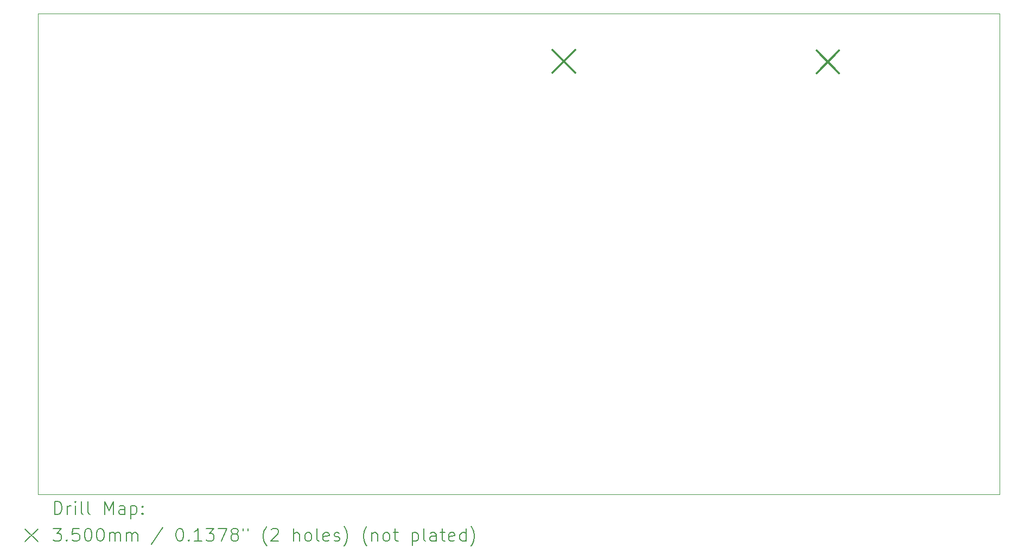
<source format=gbr>
%TF.GenerationSoftware,KiCad,Pcbnew,8.0.3*%
%TF.CreationDate,2024-07-01T22:09:37+02:00*%
%TF.ProjectId,VFO na esp32,56464f20-6e61-4206-9573-7033322e6b69,rev?*%
%TF.SameCoordinates,Original*%
%TF.FileFunction,Drillmap*%
%TF.FilePolarity,Positive*%
%FSLAX45Y45*%
G04 Gerber Fmt 4.5, Leading zero omitted, Abs format (unit mm)*
G04 Created by KiCad (PCBNEW 8.0.3) date 2024-07-01 22:09:37*
%MOMM*%
%LPD*%
G01*
G04 APERTURE LIST*
%ADD10C,0.050000*%
%ADD11C,0.200000*%
%ADD12C,0.350000*%
G04 APERTURE END LIST*
D10*
X9590000Y-6030000D02*
X24590000Y-6030000D01*
X24590000Y-13530000D01*
X9590000Y-13530000D01*
X9590000Y-6030000D01*
D11*
D12*
X17620000Y-6602000D02*
X17970000Y-6952000D01*
X17970000Y-6602000D02*
X17620000Y-6952000D01*
X21738000Y-6611000D02*
X22088000Y-6961000D01*
X22088000Y-6611000D02*
X21738000Y-6961000D01*
D11*
X9848277Y-13843984D02*
X9848277Y-13643984D01*
X9848277Y-13643984D02*
X9895896Y-13643984D01*
X9895896Y-13643984D02*
X9924467Y-13653508D01*
X9924467Y-13653508D02*
X9943515Y-13672555D01*
X9943515Y-13672555D02*
X9953039Y-13691603D01*
X9953039Y-13691603D02*
X9962563Y-13729698D01*
X9962563Y-13729698D02*
X9962563Y-13758269D01*
X9962563Y-13758269D02*
X9953039Y-13796365D01*
X9953039Y-13796365D02*
X9943515Y-13815412D01*
X9943515Y-13815412D02*
X9924467Y-13834460D01*
X9924467Y-13834460D02*
X9895896Y-13843984D01*
X9895896Y-13843984D02*
X9848277Y-13843984D01*
X10048277Y-13843984D02*
X10048277Y-13710650D01*
X10048277Y-13748746D02*
X10057801Y-13729698D01*
X10057801Y-13729698D02*
X10067324Y-13720174D01*
X10067324Y-13720174D02*
X10086372Y-13710650D01*
X10086372Y-13710650D02*
X10105420Y-13710650D01*
X10172086Y-13843984D02*
X10172086Y-13710650D01*
X10172086Y-13643984D02*
X10162563Y-13653508D01*
X10162563Y-13653508D02*
X10172086Y-13663031D01*
X10172086Y-13663031D02*
X10181610Y-13653508D01*
X10181610Y-13653508D02*
X10172086Y-13643984D01*
X10172086Y-13643984D02*
X10172086Y-13663031D01*
X10295896Y-13843984D02*
X10276848Y-13834460D01*
X10276848Y-13834460D02*
X10267324Y-13815412D01*
X10267324Y-13815412D02*
X10267324Y-13643984D01*
X10400658Y-13843984D02*
X10381610Y-13834460D01*
X10381610Y-13834460D02*
X10372086Y-13815412D01*
X10372086Y-13815412D02*
X10372086Y-13643984D01*
X10629229Y-13843984D02*
X10629229Y-13643984D01*
X10629229Y-13643984D02*
X10695896Y-13786841D01*
X10695896Y-13786841D02*
X10762563Y-13643984D01*
X10762563Y-13643984D02*
X10762563Y-13843984D01*
X10943515Y-13843984D02*
X10943515Y-13739222D01*
X10943515Y-13739222D02*
X10933991Y-13720174D01*
X10933991Y-13720174D02*
X10914944Y-13710650D01*
X10914944Y-13710650D02*
X10876848Y-13710650D01*
X10876848Y-13710650D02*
X10857801Y-13720174D01*
X10943515Y-13834460D02*
X10924467Y-13843984D01*
X10924467Y-13843984D02*
X10876848Y-13843984D01*
X10876848Y-13843984D02*
X10857801Y-13834460D01*
X10857801Y-13834460D02*
X10848277Y-13815412D01*
X10848277Y-13815412D02*
X10848277Y-13796365D01*
X10848277Y-13796365D02*
X10857801Y-13777317D01*
X10857801Y-13777317D02*
X10876848Y-13767793D01*
X10876848Y-13767793D02*
X10924467Y-13767793D01*
X10924467Y-13767793D02*
X10943515Y-13758269D01*
X11038753Y-13710650D02*
X11038753Y-13910650D01*
X11038753Y-13720174D02*
X11057801Y-13710650D01*
X11057801Y-13710650D02*
X11095896Y-13710650D01*
X11095896Y-13710650D02*
X11114944Y-13720174D01*
X11114944Y-13720174D02*
X11124467Y-13729698D01*
X11124467Y-13729698D02*
X11133991Y-13748746D01*
X11133991Y-13748746D02*
X11133991Y-13805888D01*
X11133991Y-13805888D02*
X11124467Y-13824936D01*
X11124467Y-13824936D02*
X11114944Y-13834460D01*
X11114944Y-13834460D02*
X11095896Y-13843984D01*
X11095896Y-13843984D02*
X11057801Y-13843984D01*
X11057801Y-13843984D02*
X11038753Y-13834460D01*
X11219705Y-13824936D02*
X11229229Y-13834460D01*
X11229229Y-13834460D02*
X11219705Y-13843984D01*
X11219705Y-13843984D02*
X11210182Y-13834460D01*
X11210182Y-13834460D02*
X11219705Y-13824936D01*
X11219705Y-13824936D02*
X11219705Y-13843984D01*
X11219705Y-13720174D02*
X11229229Y-13729698D01*
X11229229Y-13729698D02*
X11219705Y-13739222D01*
X11219705Y-13739222D02*
X11210182Y-13729698D01*
X11210182Y-13729698D02*
X11219705Y-13720174D01*
X11219705Y-13720174D02*
X11219705Y-13739222D01*
X9387500Y-14072500D02*
X9587500Y-14272500D01*
X9587500Y-14072500D02*
X9387500Y-14272500D01*
X9829229Y-14063984D02*
X9953039Y-14063984D01*
X9953039Y-14063984D02*
X9886372Y-14140174D01*
X9886372Y-14140174D02*
X9914944Y-14140174D01*
X9914944Y-14140174D02*
X9933991Y-14149698D01*
X9933991Y-14149698D02*
X9943515Y-14159222D01*
X9943515Y-14159222D02*
X9953039Y-14178269D01*
X9953039Y-14178269D02*
X9953039Y-14225888D01*
X9953039Y-14225888D02*
X9943515Y-14244936D01*
X9943515Y-14244936D02*
X9933991Y-14254460D01*
X9933991Y-14254460D02*
X9914944Y-14263984D01*
X9914944Y-14263984D02*
X9857801Y-14263984D01*
X9857801Y-14263984D02*
X9838753Y-14254460D01*
X9838753Y-14254460D02*
X9829229Y-14244936D01*
X10038753Y-14244936D02*
X10048277Y-14254460D01*
X10048277Y-14254460D02*
X10038753Y-14263984D01*
X10038753Y-14263984D02*
X10029229Y-14254460D01*
X10029229Y-14254460D02*
X10038753Y-14244936D01*
X10038753Y-14244936D02*
X10038753Y-14263984D01*
X10229229Y-14063984D02*
X10133991Y-14063984D01*
X10133991Y-14063984D02*
X10124467Y-14159222D01*
X10124467Y-14159222D02*
X10133991Y-14149698D01*
X10133991Y-14149698D02*
X10153039Y-14140174D01*
X10153039Y-14140174D02*
X10200658Y-14140174D01*
X10200658Y-14140174D02*
X10219705Y-14149698D01*
X10219705Y-14149698D02*
X10229229Y-14159222D01*
X10229229Y-14159222D02*
X10238753Y-14178269D01*
X10238753Y-14178269D02*
X10238753Y-14225888D01*
X10238753Y-14225888D02*
X10229229Y-14244936D01*
X10229229Y-14244936D02*
X10219705Y-14254460D01*
X10219705Y-14254460D02*
X10200658Y-14263984D01*
X10200658Y-14263984D02*
X10153039Y-14263984D01*
X10153039Y-14263984D02*
X10133991Y-14254460D01*
X10133991Y-14254460D02*
X10124467Y-14244936D01*
X10362563Y-14063984D02*
X10381610Y-14063984D01*
X10381610Y-14063984D02*
X10400658Y-14073508D01*
X10400658Y-14073508D02*
X10410182Y-14083031D01*
X10410182Y-14083031D02*
X10419705Y-14102079D01*
X10419705Y-14102079D02*
X10429229Y-14140174D01*
X10429229Y-14140174D02*
X10429229Y-14187793D01*
X10429229Y-14187793D02*
X10419705Y-14225888D01*
X10419705Y-14225888D02*
X10410182Y-14244936D01*
X10410182Y-14244936D02*
X10400658Y-14254460D01*
X10400658Y-14254460D02*
X10381610Y-14263984D01*
X10381610Y-14263984D02*
X10362563Y-14263984D01*
X10362563Y-14263984D02*
X10343515Y-14254460D01*
X10343515Y-14254460D02*
X10333991Y-14244936D01*
X10333991Y-14244936D02*
X10324467Y-14225888D01*
X10324467Y-14225888D02*
X10314944Y-14187793D01*
X10314944Y-14187793D02*
X10314944Y-14140174D01*
X10314944Y-14140174D02*
X10324467Y-14102079D01*
X10324467Y-14102079D02*
X10333991Y-14083031D01*
X10333991Y-14083031D02*
X10343515Y-14073508D01*
X10343515Y-14073508D02*
X10362563Y-14063984D01*
X10553039Y-14063984D02*
X10572086Y-14063984D01*
X10572086Y-14063984D02*
X10591134Y-14073508D01*
X10591134Y-14073508D02*
X10600658Y-14083031D01*
X10600658Y-14083031D02*
X10610182Y-14102079D01*
X10610182Y-14102079D02*
X10619705Y-14140174D01*
X10619705Y-14140174D02*
X10619705Y-14187793D01*
X10619705Y-14187793D02*
X10610182Y-14225888D01*
X10610182Y-14225888D02*
X10600658Y-14244936D01*
X10600658Y-14244936D02*
X10591134Y-14254460D01*
X10591134Y-14254460D02*
X10572086Y-14263984D01*
X10572086Y-14263984D02*
X10553039Y-14263984D01*
X10553039Y-14263984D02*
X10533991Y-14254460D01*
X10533991Y-14254460D02*
X10524467Y-14244936D01*
X10524467Y-14244936D02*
X10514944Y-14225888D01*
X10514944Y-14225888D02*
X10505420Y-14187793D01*
X10505420Y-14187793D02*
X10505420Y-14140174D01*
X10505420Y-14140174D02*
X10514944Y-14102079D01*
X10514944Y-14102079D02*
X10524467Y-14083031D01*
X10524467Y-14083031D02*
X10533991Y-14073508D01*
X10533991Y-14073508D02*
X10553039Y-14063984D01*
X10705420Y-14263984D02*
X10705420Y-14130650D01*
X10705420Y-14149698D02*
X10714944Y-14140174D01*
X10714944Y-14140174D02*
X10733991Y-14130650D01*
X10733991Y-14130650D02*
X10762563Y-14130650D01*
X10762563Y-14130650D02*
X10781610Y-14140174D01*
X10781610Y-14140174D02*
X10791134Y-14159222D01*
X10791134Y-14159222D02*
X10791134Y-14263984D01*
X10791134Y-14159222D02*
X10800658Y-14140174D01*
X10800658Y-14140174D02*
X10819705Y-14130650D01*
X10819705Y-14130650D02*
X10848277Y-14130650D01*
X10848277Y-14130650D02*
X10867325Y-14140174D01*
X10867325Y-14140174D02*
X10876848Y-14159222D01*
X10876848Y-14159222D02*
X10876848Y-14263984D01*
X10972086Y-14263984D02*
X10972086Y-14130650D01*
X10972086Y-14149698D02*
X10981610Y-14140174D01*
X10981610Y-14140174D02*
X11000658Y-14130650D01*
X11000658Y-14130650D02*
X11029229Y-14130650D01*
X11029229Y-14130650D02*
X11048277Y-14140174D01*
X11048277Y-14140174D02*
X11057801Y-14159222D01*
X11057801Y-14159222D02*
X11057801Y-14263984D01*
X11057801Y-14159222D02*
X11067325Y-14140174D01*
X11067325Y-14140174D02*
X11086372Y-14130650D01*
X11086372Y-14130650D02*
X11114944Y-14130650D01*
X11114944Y-14130650D02*
X11133991Y-14140174D01*
X11133991Y-14140174D02*
X11143515Y-14159222D01*
X11143515Y-14159222D02*
X11143515Y-14263984D01*
X11533991Y-14054460D02*
X11362563Y-14311603D01*
X11791134Y-14063984D02*
X11810182Y-14063984D01*
X11810182Y-14063984D02*
X11829229Y-14073508D01*
X11829229Y-14073508D02*
X11838753Y-14083031D01*
X11838753Y-14083031D02*
X11848277Y-14102079D01*
X11848277Y-14102079D02*
X11857801Y-14140174D01*
X11857801Y-14140174D02*
X11857801Y-14187793D01*
X11857801Y-14187793D02*
X11848277Y-14225888D01*
X11848277Y-14225888D02*
X11838753Y-14244936D01*
X11838753Y-14244936D02*
X11829229Y-14254460D01*
X11829229Y-14254460D02*
X11810182Y-14263984D01*
X11810182Y-14263984D02*
X11791134Y-14263984D01*
X11791134Y-14263984D02*
X11772086Y-14254460D01*
X11772086Y-14254460D02*
X11762563Y-14244936D01*
X11762563Y-14244936D02*
X11753039Y-14225888D01*
X11753039Y-14225888D02*
X11743515Y-14187793D01*
X11743515Y-14187793D02*
X11743515Y-14140174D01*
X11743515Y-14140174D02*
X11753039Y-14102079D01*
X11753039Y-14102079D02*
X11762563Y-14083031D01*
X11762563Y-14083031D02*
X11772086Y-14073508D01*
X11772086Y-14073508D02*
X11791134Y-14063984D01*
X11943515Y-14244936D02*
X11953039Y-14254460D01*
X11953039Y-14254460D02*
X11943515Y-14263984D01*
X11943515Y-14263984D02*
X11933991Y-14254460D01*
X11933991Y-14254460D02*
X11943515Y-14244936D01*
X11943515Y-14244936D02*
X11943515Y-14263984D01*
X12143515Y-14263984D02*
X12029229Y-14263984D01*
X12086372Y-14263984D02*
X12086372Y-14063984D01*
X12086372Y-14063984D02*
X12067325Y-14092555D01*
X12067325Y-14092555D02*
X12048277Y-14111603D01*
X12048277Y-14111603D02*
X12029229Y-14121127D01*
X12210182Y-14063984D02*
X12333991Y-14063984D01*
X12333991Y-14063984D02*
X12267325Y-14140174D01*
X12267325Y-14140174D02*
X12295896Y-14140174D01*
X12295896Y-14140174D02*
X12314944Y-14149698D01*
X12314944Y-14149698D02*
X12324467Y-14159222D01*
X12324467Y-14159222D02*
X12333991Y-14178269D01*
X12333991Y-14178269D02*
X12333991Y-14225888D01*
X12333991Y-14225888D02*
X12324467Y-14244936D01*
X12324467Y-14244936D02*
X12314944Y-14254460D01*
X12314944Y-14254460D02*
X12295896Y-14263984D01*
X12295896Y-14263984D02*
X12238753Y-14263984D01*
X12238753Y-14263984D02*
X12219706Y-14254460D01*
X12219706Y-14254460D02*
X12210182Y-14244936D01*
X12400658Y-14063984D02*
X12533991Y-14063984D01*
X12533991Y-14063984D02*
X12448277Y-14263984D01*
X12638753Y-14149698D02*
X12619706Y-14140174D01*
X12619706Y-14140174D02*
X12610182Y-14130650D01*
X12610182Y-14130650D02*
X12600658Y-14111603D01*
X12600658Y-14111603D02*
X12600658Y-14102079D01*
X12600658Y-14102079D02*
X12610182Y-14083031D01*
X12610182Y-14083031D02*
X12619706Y-14073508D01*
X12619706Y-14073508D02*
X12638753Y-14063984D01*
X12638753Y-14063984D02*
X12676848Y-14063984D01*
X12676848Y-14063984D02*
X12695896Y-14073508D01*
X12695896Y-14073508D02*
X12705420Y-14083031D01*
X12705420Y-14083031D02*
X12714944Y-14102079D01*
X12714944Y-14102079D02*
X12714944Y-14111603D01*
X12714944Y-14111603D02*
X12705420Y-14130650D01*
X12705420Y-14130650D02*
X12695896Y-14140174D01*
X12695896Y-14140174D02*
X12676848Y-14149698D01*
X12676848Y-14149698D02*
X12638753Y-14149698D01*
X12638753Y-14149698D02*
X12619706Y-14159222D01*
X12619706Y-14159222D02*
X12610182Y-14168746D01*
X12610182Y-14168746D02*
X12600658Y-14187793D01*
X12600658Y-14187793D02*
X12600658Y-14225888D01*
X12600658Y-14225888D02*
X12610182Y-14244936D01*
X12610182Y-14244936D02*
X12619706Y-14254460D01*
X12619706Y-14254460D02*
X12638753Y-14263984D01*
X12638753Y-14263984D02*
X12676848Y-14263984D01*
X12676848Y-14263984D02*
X12695896Y-14254460D01*
X12695896Y-14254460D02*
X12705420Y-14244936D01*
X12705420Y-14244936D02*
X12714944Y-14225888D01*
X12714944Y-14225888D02*
X12714944Y-14187793D01*
X12714944Y-14187793D02*
X12705420Y-14168746D01*
X12705420Y-14168746D02*
X12695896Y-14159222D01*
X12695896Y-14159222D02*
X12676848Y-14149698D01*
X12791134Y-14063984D02*
X12791134Y-14102079D01*
X12867325Y-14063984D02*
X12867325Y-14102079D01*
X13162563Y-14340174D02*
X13153039Y-14330650D01*
X13153039Y-14330650D02*
X13133991Y-14302079D01*
X13133991Y-14302079D02*
X13124468Y-14283031D01*
X13124468Y-14283031D02*
X13114944Y-14254460D01*
X13114944Y-14254460D02*
X13105420Y-14206841D01*
X13105420Y-14206841D02*
X13105420Y-14168746D01*
X13105420Y-14168746D02*
X13114944Y-14121127D01*
X13114944Y-14121127D02*
X13124468Y-14092555D01*
X13124468Y-14092555D02*
X13133991Y-14073508D01*
X13133991Y-14073508D02*
X13153039Y-14044936D01*
X13153039Y-14044936D02*
X13162563Y-14035412D01*
X13229229Y-14083031D02*
X13238753Y-14073508D01*
X13238753Y-14073508D02*
X13257801Y-14063984D01*
X13257801Y-14063984D02*
X13305420Y-14063984D01*
X13305420Y-14063984D02*
X13324468Y-14073508D01*
X13324468Y-14073508D02*
X13333991Y-14083031D01*
X13333991Y-14083031D02*
X13343515Y-14102079D01*
X13343515Y-14102079D02*
X13343515Y-14121127D01*
X13343515Y-14121127D02*
X13333991Y-14149698D01*
X13333991Y-14149698D02*
X13219706Y-14263984D01*
X13219706Y-14263984D02*
X13343515Y-14263984D01*
X13581610Y-14263984D02*
X13581610Y-14063984D01*
X13667325Y-14263984D02*
X13667325Y-14159222D01*
X13667325Y-14159222D02*
X13657801Y-14140174D01*
X13657801Y-14140174D02*
X13638753Y-14130650D01*
X13638753Y-14130650D02*
X13610182Y-14130650D01*
X13610182Y-14130650D02*
X13591134Y-14140174D01*
X13591134Y-14140174D02*
X13581610Y-14149698D01*
X13791134Y-14263984D02*
X13772087Y-14254460D01*
X13772087Y-14254460D02*
X13762563Y-14244936D01*
X13762563Y-14244936D02*
X13753039Y-14225888D01*
X13753039Y-14225888D02*
X13753039Y-14168746D01*
X13753039Y-14168746D02*
X13762563Y-14149698D01*
X13762563Y-14149698D02*
X13772087Y-14140174D01*
X13772087Y-14140174D02*
X13791134Y-14130650D01*
X13791134Y-14130650D02*
X13819706Y-14130650D01*
X13819706Y-14130650D02*
X13838753Y-14140174D01*
X13838753Y-14140174D02*
X13848277Y-14149698D01*
X13848277Y-14149698D02*
X13857801Y-14168746D01*
X13857801Y-14168746D02*
X13857801Y-14225888D01*
X13857801Y-14225888D02*
X13848277Y-14244936D01*
X13848277Y-14244936D02*
X13838753Y-14254460D01*
X13838753Y-14254460D02*
X13819706Y-14263984D01*
X13819706Y-14263984D02*
X13791134Y-14263984D01*
X13972087Y-14263984D02*
X13953039Y-14254460D01*
X13953039Y-14254460D02*
X13943515Y-14235412D01*
X13943515Y-14235412D02*
X13943515Y-14063984D01*
X14124468Y-14254460D02*
X14105420Y-14263984D01*
X14105420Y-14263984D02*
X14067325Y-14263984D01*
X14067325Y-14263984D02*
X14048277Y-14254460D01*
X14048277Y-14254460D02*
X14038753Y-14235412D01*
X14038753Y-14235412D02*
X14038753Y-14159222D01*
X14038753Y-14159222D02*
X14048277Y-14140174D01*
X14048277Y-14140174D02*
X14067325Y-14130650D01*
X14067325Y-14130650D02*
X14105420Y-14130650D01*
X14105420Y-14130650D02*
X14124468Y-14140174D01*
X14124468Y-14140174D02*
X14133991Y-14159222D01*
X14133991Y-14159222D02*
X14133991Y-14178269D01*
X14133991Y-14178269D02*
X14038753Y-14197317D01*
X14210182Y-14254460D02*
X14229230Y-14263984D01*
X14229230Y-14263984D02*
X14267325Y-14263984D01*
X14267325Y-14263984D02*
X14286372Y-14254460D01*
X14286372Y-14254460D02*
X14295896Y-14235412D01*
X14295896Y-14235412D02*
X14295896Y-14225888D01*
X14295896Y-14225888D02*
X14286372Y-14206841D01*
X14286372Y-14206841D02*
X14267325Y-14197317D01*
X14267325Y-14197317D02*
X14238753Y-14197317D01*
X14238753Y-14197317D02*
X14219706Y-14187793D01*
X14219706Y-14187793D02*
X14210182Y-14168746D01*
X14210182Y-14168746D02*
X14210182Y-14159222D01*
X14210182Y-14159222D02*
X14219706Y-14140174D01*
X14219706Y-14140174D02*
X14238753Y-14130650D01*
X14238753Y-14130650D02*
X14267325Y-14130650D01*
X14267325Y-14130650D02*
X14286372Y-14140174D01*
X14362563Y-14340174D02*
X14372087Y-14330650D01*
X14372087Y-14330650D02*
X14391134Y-14302079D01*
X14391134Y-14302079D02*
X14400658Y-14283031D01*
X14400658Y-14283031D02*
X14410182Y-14254460D01*
X14410182Y-14254460D02*
X14419706Y-14206841D01*
X14419706Y-14206841D02*
X14419706Y-14168746D01*
X14419706Y-14168746D02*
X14410182Y-14121127D01*
X14410182Y-14121127D02*
X14400658Y-14092555D01*
X14400658Y-14092555D02*
X14391134Y-14073508D01*
X14391134Y-14073508D02*
X14372087Y-14044936D01*
X14372087Y-14044936D02*
X14362563Y-14035412D01*
X14724468Y-14340174D02*
X14714944Y-14330650D01*
X14714944Y-14330650D02*
X14695896Y-14302079D01*
X14695896Y-14302079D02*
X14686372Y-14283031D01*
X14686372Y-14283031D02*
X14676849Y-14254460D01*
X14676849Y-14254460D02*
X14667325Y-14206841D01*
X14667325Y-14206841D02*
X14667325Y-14168746D01*
X14667325Y-14168746D02*
X14676849Y-14121127D01*
X14676849Y-14121127D02*
X14686372Y-14092555D01*
X14686372Y-14092555D02*
X14695896Y-14073508D01*
X14695896Y-14073508D02*
X14714944Y-14044936D01*
X14714944Y-14044936D02*
X14724468Y-14035412D01*
X14800658Y-14130650D02*
X14800658Y-14263984D01*
X14800658Y-14149698D02*
X14810182Y-14140174D01*
X14810182Y-14140174D02*
X14829230Y-14130650D01*
X14829230Y-14130650D02*
X14857801Y-14130650D01*
X14857801Y-14130650D02*
X14876849Y-14140174D01*
X14876849Y-14140174D02*
X14886372Y-14159222D01*
X14886372Y-14159222D02*
X14886372Y-14263984D01*
X15010182Y-14263984D02*
X14991134Y-14254460D01*
X14991134Y-14254460D02*
X14981611Y-14244936D01*
X14981611Y-14244936D02*
X14972087Y-14225888D01*
X14972087Y-14225888D02*
X14972087Y-14168746D01*
X14972087Y-14168746D02*
X14981611Y-14149698D01*
X14981611Y-14149698D02*
X14991134Y-14140174D01*
X14991134Y-14140174D02*
X15010182Y-14130650D01*
X15010182Y-14130650D02*
X15038753Y-14130650D01*
X15038753Y-14130650D02*
X15057801Y-14140174D01*
X15057801Y-14140174D02*
X15067325Y-14149698D01*
X15067325Y-14149698D02*
X15076849Y-14168746D01*
X15076849Y-14168746D02*
X15076849Y-14225888D01*
X15076849Y-14225888D02*
X15067325Y-14244936D01*
X15067325Y-14244936D02*
X15057801Y-14254460D01*
X15057801Y-14254460D02*
X15038753Y-14263984D01*
X15038753Y-14263984D02*
X15010182Y-14263984D01*
X15133992Y-14130650D02*
X15210182Y-14130650D01*
X15162563Y-14063984D02*
X15162563Y-14235412D01*
X15162563Y-14235412D02*
X15172087Y-14254460D01*
X15172087Y-14254460D02*
X15191134Y-14263984D01*
X15191134Y-14263984D02*
X15210182Y-14263984D01*
X15429230Y-14130650D02*
X15429230Y-14330650D01*
X15429230Y-14140174D02*
X15448277Y-14130650D01*
X15448277Y-14130650D02*
X15486373Y-14130650D01*
X15486373Y-14130650D02*
X15505420Y-14140174D01*
X15505420Y-14140174D02*
X15514944Y-14149698D01*
X15514944Y-14149698D02*
X15524468Y-14168746D01*
X15524468Y-14168746D02*
X15524468Y-14225888D01*
X15524468Y-14225888D02*
X15514944Y-14244936D01*
X15514944Y-14244936D02*
X15505420Y-14254460D01*
X15505420Y-14254460D02*
X15486373Y-14263984D01*
X15486373Y-14263984D02*
X15448277Y-14263984D01*
X15448277Y-14263984D02*
X15429230Y-14254460D01*
X15638753Y-14263984D02*
X15619706Y-14254460D01*
X15619706Y-14254460D02*
X15610182Y-14235412D01*
X15610182Y-14235412D02*
X15610182Y-14063984D01*
X15800658Y-14263984D02*
X15800658Y-14159222D01*
X15800658Y-14159222D02*
X15791134Y-14140174D01*
X15791134Y-14140174D02*
X15772087Y-14130650D01*
X15772087Y-14130650D02*
X15733992Y-14130650D01*
X15733992Y-14130650D02*
X15714944Y-14140174D01*
X15800658Y-14254460D02*
X15781611Y-14263984D01*
X15781611Y-14263984D02*
X15733992Y-14263984D01*
X15733992Y-14263984D02*
X15714944Y-14254460D01*
X15714944Y-14254460D02*
X15705420Y-14235412D01*
X15705420Y-14235412D02*
X15705420Y-14216365D01*
X15705420Y-14216365D02*
X15714944Y-14197317D01*
X15714944Y-14197317D02*
X15733992Y-14187793D01*
X15733992Y-14187793D02*
X15781611Y-14187793D01*
X15781611Y-14187793D02*
X15800658Y-14178269D01*
X15867325Y-14130650D02*
X15943515Y-14130650D01*
X15895896Y-14063984D02*
X15895896Y-14235412D01*
X15895896Y-14235412D02*
X15905420Y-14254460D01*
X15905420Y-14254460D02*
X15924468Y-14263984D01*
X15924468Y-14263984D02*
X15943515Y-14263984D01*
X16086373Y-14254460D02*
X16067325Y-14263984D01*
X16067325Y-14263984D02*
X16029230Y-14263984D01*
X16029230Y-14263984D02*
X16010182Y-14254460D01*
X16010182Y-14254460D02*
X16000658Y-14235412D01*
X16000658Y-14235412D02*
X16000658Y-14159222D01*
X16000658Y-14159222D02*
X16010182Y-14140174D01*
X16010182Y-14140174D02*
X16029230Y-14130650D01*
X16029230Y-14130650D02*
X16067325Y-14130650D01*
X16067325Y-14130650D02*
X16086373Y-14140174D01*
X16086373Y-14140174D02*
X16095896Y-14159222D01*
X16095896Y-14159222D02*
X16095896Y-14178269D01*
X16095896Y-14178269D02*
X16000658Y-14197317D01*
X16267325Y-14263984D02*
X16267325Y-14063984D01*
X16267325Y-14254460D02*
X16248277Y-14263984D01*
X16248277Y-14263984D02*
X16210182Y-14263984D01*
X16210182Y-14263984D02*
X16191134Y-14254460D01*
X16191134Y-14254460D02*
X16181611Y-14244936D01*
X16181611Y-14244936D02*
X16172087Y-14225888D01*
X16172087Y-14225888D02*
X16172087Y-14168746D01*
X16172087Y-14168746D02*
X16181611Y-14149698D01*
X16181611Y-14149698D02*
X16191134Y-14140174D01*
X16191134Y-14140174D02*
X16210182Y-14130650D01*
X16210182Y-14130650D02*
X16248277Y-14130650D01*
X16248277Y-14130650D02*
X16267325Y-14140174D01*
X16343515Y-14340174D02*
X16353039Y-14330650D01*
X16353039Y-14330650D02*
X16372087Y-14302079D01*
X16372087Y-14302079D02*
X16381611Y-14283031D01*
X16381611Y-14283031D02*
X16391134Y-14254460D01*
X16391134Y-14254460D02*
X16400658Y-14206841D01*
X16400658Y-14206841D02*
X16400658Y-14168746D01*
X16400658Y-14168746D02*
X16391134Y-14121127D01*
X16391134Y-14121127D02*
X16381611Y-14092555D01*
X16381611Y-14092555D02*
X16372087Y-14073508D01*
X16372087Y-14073508D02*
X16353039Y-14044936D01*
X16353039Y-14044936D02*
X16343515Y-14035412D01*
M02*

</source>
